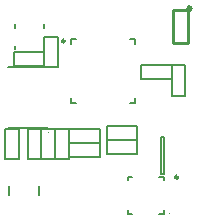
<source format=gto>
%FSLAX25Y25*%
%MOIN*%
G70*
G01*
G75*
%ADD10R,0.06496X0.09370*%
%ADD11R,0.02756X0.00984*%
%ADD12R,0.01969X0.01969*%
%ADD13R,0.03100X0.03100*%
%ADD14R,0.01969X0.01969*%
%ADD15R,0.03000X0.03000*%
%ADD16R,0.03000X0.03000*%
%ADD17C,0.03504*%
%ADD18R,0.03701X0.03701*%
%ADD19R,0.04449X0.05787*%
%ADD20R,0.05787X0.04449*%
%ADD21R,0.10709X0.05079*%
%ADD22R,0.12205X0.12205*%
%ADD23R,0.00984X0.02362*%
%ADD24R,0.02362X0.00984*%
%ADD25R,0.06299X0.03543*%
%ADD26R,0.01102X0.01969*%
%ADD27R,0.01181X0.01929*%
%ADD28R,0.01181X0.02047*%
%ADD29R,0.05118X0.02756*%
%ADD30R,0.04921X0.05118*%
%ADD31C,0.00800*%
%ADD32C,0.00600*%
%ADD33C,0.01000*%
%ADD34C,0.02500*%
%ADD35C,0.00500*%
%ADD36C,0.02000*%
%ADD37C,0.01200*%
%ADD38C,0.01969*%
%ADD39C,0.02200*%
%ADD40C,0.01400*%
%ADD41R,0.05000X0.10000*%
%ADD42O,0.01575X0.06299*%
%ADD43O,0.01575X0.07874*%
%ADD44O,0.01575X0.11024*%
%ADD45O,0.06299X0.01575*%
%ADD46O,0.07874X0.01575*%
%ADD47C,0.00394*%
%ADD48C,0.00984*%
%ADD49C,0.00787*%
D33*
X62707Y70100D02*
G03*
X62707Y70100I-707J0D01*
G01*
X56500Y69600D02*
X61500D01*
Y67600D02*
Y69600D01*
X56500Y58600D02*
Y69600D01*
Y58600D02*
X61500D01*
Y67600D01*
D35*
X17400Y29950D02*
X22000D01*
X17400Y19850D02*
X22000D01*
X17400D02*
Y29950D01*
X22000Y19850D02*
Y29950D01*
X32148Y25331D02*
Y29931D01*
X22048Y25331D02*
Y29931D01*
X32148D01*
X22048Y25331D02*
X32148D01*
X34548Y26431D02*
Y31031D01*
X44648Y26431D02*
Y31031D01*
X34548Y26431D02*
X44648D01*
X34548Y31031D02*
X44648D01*
X12800Y29950D02*
X17400D01*
X12800Y19850D02*
X17400D01*
X12800D02*
Y29950D01*
X17400Y19850D02*
Y29950D01*
X13650Y50900D02*
Y55500D01*
X3550Y50900D02*
Y55500D01*
X13650D01*
X3550Y50900D02*
X13650D01*
X13600Y60750D02*
X18200D01*
X13600Y50650D02*
X18200D01*
X13600D02*
Y60750D01*
X18200Y50650D02*
Y60750D01*
X56200Y41150D02*
X60800D01*
X56200Y51250D02*
X60800D01*
Y41150D02*
Y51250D01*
X56200Y41150D02*
Y51250D01*
X46050Y46700D02*
Y51300D01*
X56150Y46700D02*
Y51300D01*
X46050Y46700D02*
X56150D01*
X46050Y51300D02*
X56150D01*
X800Y19850D02*
X5400D01*
X800Y29950D02*
X5400D01*
Y19850D02*
Y29950D01*
X800Y19850D02*
Y29950D01*
X32148Y20631D02*
Y25231D01*
X22048Y20631D02*
Y25231D01*
X32148D01*
X22048Y20631D02*
X32148D01*
X34548Y21731D02*
Y26331D01*
X44648Y21731D02*
Y26331D01*
X34548Y21731D02*
X44648D01*
X34548Y26331D02*
X44648D01*
X8200Y19850D02*
X12800D01*
X8200Y29950D02*
X12800D01*
Y19850D02*
Y29950D01*
X8200Y19850D02*
Y29950D01*
D47*
X55474Y1798D02*
G03*
X55474Y1798I-197J0D01*
G01*
X4272Y54991D02*
G03*
X4272Y54991I-197J0D01*
G01*
X48357Y41733D02*
G03*
X48357Y41733I-197J0D01*
G01*
X15191Y28787D02*
G03*
X15191Y28787I-197J0D01*
G01*
D48*
X20601Y59270D02*
G03*
X20601Y59270I-492J0D01*
G01*
X58316Y13916D02*
G03*
X58316Y13916I-492J0D01*
G01*
D49*
X41498Y14002D02*
X43072D01*
X52128D02*
X53702D01*
X41498Y1798D02*
X43072D01*
X52128D02*
X53702D01*
X41498Y12920D02*
Y14002D01*
Y1798D02*
Y2880D01*
X53702Y12920D02*
Y14002D01*
Y1798D02*
Y2880D01*
X1939Y7925D02*
Y11075D01*
X11861Y7925D02*
Y11075D01*
X22668Y38601D02*
X24341D01*
X22668D02*
Y40274D01*
X42254Y38601D02*
X43928D01*
Y40274D01*
Y58188D02*
Y59861D01*
X42254D02*
X43928D01*
X22668D02*
X24341D01*
X22668Y58188D02*
Y59861D01*
X13524Y56566D02*
Y57728D01*
Y63672D02*
Y64834D01*
X4076Y63672D02*
Y64834D01*
Y56566D02*
Y57728D01*
X52509Y15098D02*
X53690D01*
X52509Y27302D02*
X53690D01*
Y15098D02*
Y27302D01*
X52509Y15098D02*
Y27302D01*
X1805Y50638D02*
X14995D01*
X1805Y30362D02*
X14995D01*
M02*

</source>
